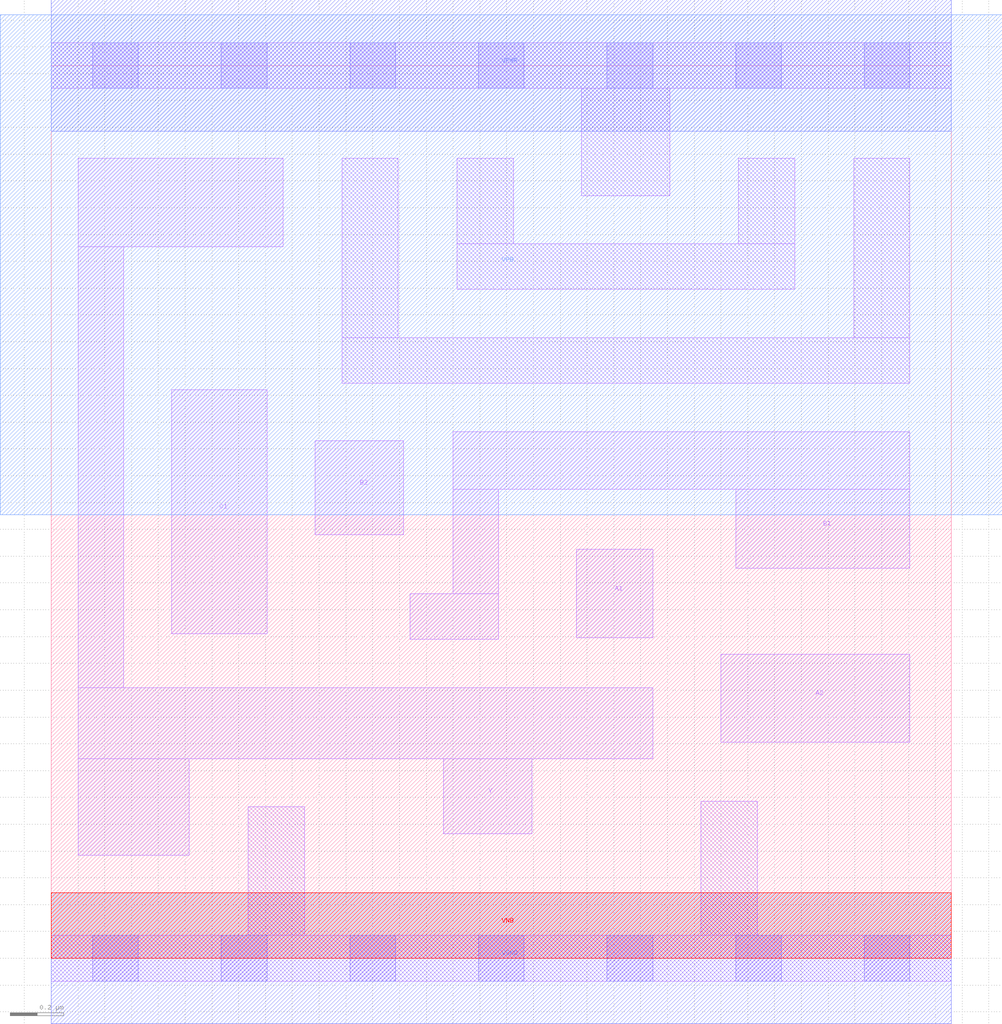
<source format=lef>
# Copyright 2020 The SkyWater PDK Authors
#
# Licensed under the Apache License, Version 2.0 (the "License");
# you may not use this file except in compliance with the License.
# You may obtain a copy of the License at
#
#     https://www.apache.org/licenses/LICENSE-2.0
#
# Unless required by applicable law or agreed to in writing, software
# distributed under the License is distributed on an "AS IS" BASIS,
# WITHOUT WARRANTIES OR CONDITIONS OF ANY KIND, either express or implied.
# See the License for the specific language governing permissions and
# limitations under the License.
#
# SPDX-License-Identifier: Apache-2.0

VERSION 5.7 ;
  NOWIREEXTENSIONATPIN ON ;
  DIVIDERCHAR "/" ;
  BUSBITCHARS "[]" ;
MACRO sky130_fd_sc_lp__a221oi_m
  CLASS CORE ;
  FOREIGN sky130_fd_sc_lp__a221oi_m ;
  ORIGIN  0.000000  0.000000 ;
  SIZE  3.360000 BY  3.330000 ;
  SYMMETRY X Y R90 ;
  SITE unit ;
  PIN A1
    ANTENNAGATEAREA  0.126000 ;
    DIRECTION INPUT ;
    USE SIGNAL ;
    PORT
      LAYER li1 ;
        RECT 1.960000 1.195000 2.245000 1.525000 ;
    END
  END A1
  PIN A2
    ANTENNAGATEAREA  0.126000 ;
    DIRECTION INPUT ;
    USE SIGNAL ;
    PORT
      LAYER li1 ;
        RECT 2.500000 0.805000 3.205000 1.135000 ;
    END
  END A2
  PIN B1
    ANTENNAGATEAREA  0.126000 ;
    DIRECTION INPUT ;
    USE SIGNAL ;
    PORT
      LAYER li1 ;
        RECT 1.340000 1.190000 1.670000 1.360000 ;
        RECT 1.500000 1.360000 1.670000 1.750000 ;
        RECT 1.500000 1.750000 3.205000 1.965000 ;
        RECT 2.555000 1.455000 3.205000 1.750000 ;
    END
  END B1
  PIN B2
    ANTENNAGATEAREA  0.126000 ;
    DIRECTION INPUT ;
    USE SIGNAL ;
    PORT
      LAYER li1 ;
        RECT 0.985000 1.580000 1.315000 1.930000 ;
    END
  END B2
  PIN C1
    ANTENNAGATEAREA  0.126000 ;
    DIRECTION INPUT ;
    USE SIGNAL ;
    PORT
      LAYER li1 ;
        RECT 0.450000 1.210000 0.805000 2.120000 ;
    END
  END C1
  PIN Y
    ANTENNADIFFAREA  0.386400 ;
    DIRECTION OUTPUT ;
    USE SIGNAL ;
    PORT
      LAYER li1 ;
        RECT 0.100000 0.385000 0.515000 0.745000 ;
        RECT 0.100000 0.745000 2.245000 1.010000 ;
        RECT 0.100000 1.010000 0.270000 2.655000 ;
        RECT 0.100000 2.655000 0.865000 2.985000 ;
        RECT 1.465000 0.465000 1.795000 0.745000 ;
    END
  END Y
  PIN VGND
    DIRECTION INOUT ;
    USE GROUND ;
    PORT
      LAYER met1 ;
        RECT 0.000000 -0.245000 3.360000 0.245000 ;
    END
  END VGND
  PIN VNB
    DIRECTION INOUT ;
    USE GROUND ;
    PORT
      LAYER pwell ;
        RECT 0.000000 0.000000 3.360000 0.245000 ;
    END
  END VNB
  PIN VPB
    DIRECTION INOUT ;
    USE POWER ;
    PORT
      LAYER nwell ;
        RECT -0.190000 1.655000 3.550000 3.520000 ;
    END
  END VPB
  PIN VPWR
    DIRECTION INOUT ;
    USE POWER ;
    PORT
      LAYER met1 ;
        RECT 0.000000 3.085000 3.360000 3.575000 ;
    END
  END VPWR
  OBS
    LAYER li1 ;
      RECT 0.000000 -0.085000 3.360000 0.085000 ;
      RECT 0.000000  3.245000 3.360000 3.415000 ;
      RECT 0.735000  0.085000 0.945000 0.565000 ;
      RECT 1.085000  2.145000 3.205000 2.315000 ;
      RECT 1.085000  2.315000 1.295000 2.985000 ;
      RECT 1.515000  2.495000 2.775000 2.665000 ;
      RECT 1.515000  2.665000 1.725000 2.985000 ;
      RECT 1.980000  2.845000 2.310000 3.245000 ;
      RECT 2.425000  0.085000 2.635000 0.585000 ;
      RECT 2.565000  2.665000 2.775000 2.985000 ;
      RECT 2.995000  2.315000 3.205000 2.985000 ;
    LAYER mcon ;
      RECT 0.155000 -0.085000 0.325000 0.085000 ;
      RECT 0.155000  3.245000 0.325000 3.415000 ;
      RECT 0.635000 -0.085000 0.805000 0.085000 ;
      RECT 0.635000  3.245000 0.805000 3.415000 ;
      RECT 1.115000 -0.085000 1.285000 0.085000 ;
      RECT 1.115000  3.245000 1.285000 3.415000 ;
      RECT 1.595000 -0.085000 1.765000 0.085000 ;
      RECT 1.595000  3.245000 1.765000 3.415000 ;
      RECT 2.075000 -0.085000 2.245000 0.085000 ;
      RECT 2.075000  3.245000 2.245000 3.415000 ;
      RECT 2.555000 -0.085000 2.725000 0.085000 ;
      RECT 2.555000  3.245000 2.725000 3.415000 ;
      RECT 3.035000 -0.085000 3.205000 0.085000 ;
      RECT 3.035000  3.245000 3.205000 3.415000 ;
  END
END sky130_fd_sc_lp__a221oi_m
END LIBRARY

</source>
